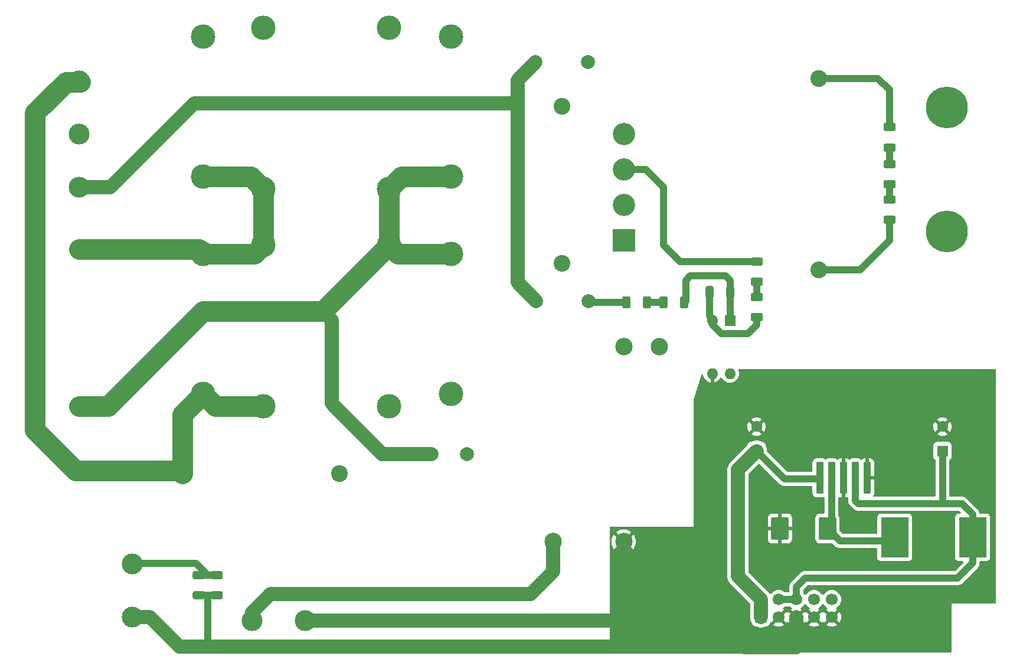
<source format=gtl>
G04 #@! TF.GenerationSoftware,KiCad,Pcbnew,7.0.2*
G04 #@! TF.CreationDate,2023-10-13T15:39:11+02:00*
G04 #@! TF.ProjectId,Module_3,4d6f6475-6c65-45f3-932e-6b696361645f,rev?*
G04 #@! TF.SameCoordinates,Original*
G04 #@! TF.FileFunction,Copper,L1,Top*
G04 #@! TF.FilePolarity,Positive*
%FSLAX46Y46*%
G04 Gerber Fmt 4.6, Leading zero omitted, Abs format (unit mm)*
G04 Created by KiCad (PCBNEW 7.0.2) date 2023-10-13 15:39:11*
%MOMM*%
%LPD*%
G01*
G04 APERTURE LIST*
G04 Aperture macros list*
%AMRoundRect*
0 Rectangle with rounded corners*
0 $1 Rounding radius*
0 $2 $3 $4 $5 $6 $7 $8 $9 X,Y pos of 4 corners*
0 Add a 4 corners polygon primitive as box body*
4,1,4,$2,$3,$4,$5,$6,$7,$8,$9,$2,$3,0*
0 Add four circle primitives for the rounded corners*
1,1,$1+$1,$2,$3*
1,1,$1+$1,$4,$5*
1,1,$1+$1,$6,$7*
1,1,$1+$1,$8,$9*
0 Add four rect primitives between the rounded corners*
20,1,$1+$1,$2,$3,$4,$5,0*
20,1,$1+$1,$4,$5,$6,$7,0*
20,1,$1+$1,$6,$7,$8,$9,0*
20,1,$1+$1,$8,$9,$2,$3,0*%
G04 Aperture macros list end*
G04 #@! TA.AperFunction,ComponentPad*
%ADD10C,2.000000*%
G04 #@! TD*
G04 #@! TA.AperFunction,ComponentPad*
%ADD11R,1.600000X1.600000*%
G04 #@! TD*
G04 #@! TA.AperFunction,ComponentPad*
%ADD12C,1.600000*%
G04 #@! TD*
G04 #@! TA.AperFunction,SMDPad,CuDef*
%ADD13RoundRect,0.250000X0.625000X-0.312500X0.625000X0.312500X-0.625000X0.312500X-0.625000X-0.312500X0*%
G04 #@! TD*
G04 #@! TA.AperFunction,ComponentPad*
%ADD14C,2.400000*%
G04 #@! TD*
G04 #@! TA.AperFunction,ComponentPad*
%ADD15C,3.000000*%
G04 #@! TD*
G04 #@! TA.AperFunction,ComponentPad*
%ADD16O,1.600000X1.600000*%
G04 #@! TD*
G04 #@! TA.AperFunction,SMDPad,CuDef*
%ADD17RoundRect,0.250000X-0.625000X0.312500X-0.625000X-0.312500X0.625000X-0.312500X0.625000X0.312500X0*%
G04 #@! TD*
G04 #@! TA.AperFunction,ComponentPad*
%ADD18C,6.000000*%
G04 #@! TD*
G04 #@! TA.AperFunction,SMDPad,CuDef*
%ADD19RoundRect,0.250000X0.300000X-2.050000X0.300000X2.050000X-0.300000X2.050000X-0.300000X-2.050000X0*%
G04 #@! TD*
G04 #@! TA.AperFunction,SMDPad,CuDef*
%ADD20RoundRect,0.250000X2.375000X-2.025000X2.375000X2.025000X-2.375000X2.025000X-2.375000X-2.025000X0*%
G04 #@! TD*
G04 #@! TA.AperFunction,SMDPad,CuDef*
%ADD21RoundRect,0.250002X5.149998X-4.449998X5.149998X4.449998X-5.149998X4.449998X-5.149998X-4.449998X0*%
G04 #@! TD*
G04 #@! TA.AperFunction,ComponentPad*
%ADD22C,3.500000*%
G04 #@! TD*
G04 #@! TA.AperFunction,SMDPad,CuDef*
%ADD23RoundRect,0.250000X-0.312500X-0.625000X0.312500X-0.625000X0.312500X0.625000X-0.312500X0.625000X0*%
G04 #@! TD*
G04 #@! TA.AperFunction,ComponentPad*
%ADD24C,2.500000*%
G04 #@! TD*
G04 #@! TA.AperFunction,SMDPad,CuDef*
%ADD25RoundRect,0.250000X-0.650000X0.325000X-0.650000X-0.325000X0.650000X-0.325000X0.650000X0.325000X0*%
G04 #@! TD*
G04 #@! TA.AperFunction,SMDPad,CuDef*
%ADD26RoundRect,0.250000X0.325000X0.650000X-0.325000X0.650000X-0.325000X-0.650000X0.325000X-0.650000X0*%
G04 #@! TD*
G04 #@! TA.AperFunction,SMDPad,CuDef*
%ADD27RoundRect,0.250000X-1.000000X1.400000X-1.000000X-1.400000X1.000000X-1.400000X1.000000X1.400000X0*%
G04 #@! TD*
G04 #@! TA.AperFunction,ComponentPad*
%ADD28RoundRect,0.250000X0.600000X-0.600000X0.600000X0.600000X-0.600000X0.600000X-0.600000X-0.600000X0*%
G04 #@! TD*
G04 #@! TA.AperFunction,ComponentPad*
%ADD29C,1.700000*%
G04 #@! TD*
G04 #@! TA.AperFunction,SMDPad,CuDef*
%ADD30R,4.000000X5.800000*%
G04 #@! TD*
G04 #@! TA.AperFunction,ComponentPad*
%ADD31R,3.200000X3.200000*%
G04 #@! TD*
G04 #@! TA.AperFunction,ComponentPad*
%ADD32C,3.200000*%
G04 #@! TD*
G04 #@! TA.AperFunction,ViaPad*
%ADD33C,1.200000*%
G04 #@! TD*
G04 #@! TA.AperFunction,Conductor*
%ADD34C,2.000000*%
G04 #@! TD*
G04 #@! TA.AperFunction,Conductor*
%ADD35C,3.000000*%
G04 #@! TD*
G04 #@! TA.AperFunction,Conductor*
%ADD36C,1.000000*%
G04 #@! TD*
G04 APERTURE END LIST*
D10*
X140716000Y-111252000D03*
X145796000Y-111262000D03*
D11*
X187325000Y-110815000D03*
D12*
X187325000Y-107315000D03*
D13*
X206375000Y-67310000D03*
X206375000Y-64385000D03*
D14*
X127508000Y-114046000D03*
X105008000Y-114046000D03*
D15*
X114935000Y-135128000D03*
D10*
X155635000Y-55018000D03*
X163135000Y-55018000D03*
D11*
X183520000Y-92085000D03*
D16*
X180980000Y-92085000D03*
X180980000Y-99705000D03*
X183520000Y-99705000D03*
D17*
X206375000Y-74737500D03*
X206375000Y-77662500D03*
D15*
X122555000Y-135128000D03*
D14*
X196215000Y-57370000D03*
X196215000Y-84870000D03*
D17*
X187325000Y-88707500D03*
X187325000Y-91632500D03*
D18*
X214630000Y-79375000D03*
D19*
X196390000Y-114675000D03*
X198090000Y-114675000D03*
X199790000Y-114675000D03*
D20*
X197015000Y-107950000D03*
X202565000Y-107950000D03*
D21*
X199790000Y-105525000D03*
D20*
X197015000Y-103100000D03*
X202565000Y-103100000D03*
D19*
X201490000Y-114675000D03*
X203190000Y-114675000D03*
D18*
X214630000Y-61595000D03*
D15*
X90170000Y-57785000D03*
X90170000Y-65405000D03*
X90170000Y-73025000D03*
D22*
X143510000Y-71501000D03*
X134620000Y-73279000D03*
X116586000Y-73279000D03*
X107950000Y-71501000D03*
X116586000Y-50165000D03*
X107950000Y-51435000D03*
X143510000Y-51435000D03*
X134620000Y-50165000D03*
D14*
X90170000Y-104415000D03*
X90170000Y-81915000D03*
D23*
X168660000Y-89535000D03*
X171585000Y-89535000D03*
D10*
X163195000Y-89308000D03*
X155695000Y-89308000D03*
D17*
X187325000Y-83627500D03*
X187325000Y-86552500D03*
D11*
X213995000Y-110815000D03*
D12*
X213995000Y-107315000D03*
D24*
X173355000Y-95885000D03*
X168275000Y-95885000D03*
X158115000Y-123825000D03*
X168275000Y-123825000D03*
D23*
X173990000Y-89535000D03*
X176915000Y-89535000D03*
D22*
X143510000Y-102616000D03*
X134620000Y-104394000D03*
X116586000Y-104394000D03*
X107950000Y-102616000D03*
X116586000Y-81280000D03*
X107950000Y-82550000D03*
X143510000Y-82550000D03*
X134620000Y-81280000D03*
D25*
X107315000Y-128573000D03*
X107315000Y-131523000D03*
D26*
X183515000Y-88038000D03*
X180565000Y-88038000D03*
D13*
X206375000Y-72582500D03*
X206375000Y-69657500D03*
D27*
X197485000Y-121920000D03*
X190685000Y-121920000D03*
D13*
X109855000Y-131510500D03*
X109855000Y-128585500D03*
D14*
X159385000Y-83868000D03*
X159385000Y-61368000D03*
D15*
X97790000Y-127000000D03*
X97790000Y-134620000D03*
D28*
X187960000Y-134620000D03*
D29*
X187960000Y-132080000D03*
X190500000Y-134620000D03*
X190500000Y-132080000D03*
X193040000Y-134620000D03*
X193040000Y-132080000D03*
X195580000Y-134620000D03*
X195580000Y-132080000D03*
X198120000Y-134620000D03*
X198120000Y-132080000D03*
D30*
X207137000Y-123190000D03*
X218313000Y-123190000D03*
D31*
X168275000Y-80645000D03*
D32*
X168275000Y-75565000D03*
X168275000Y-70485000D03*
X168275000Y-65405000D03*
D33*
X184658000Y-125984000D03*
X172720000Y-124460000D03*
X200660000Y-127000000D03*
X180340000Y-109220000D03*
X208280000Y-104140000D03*
X205740000Y-114300000D03*
X180340000Y-124460000D03*
X213360000Y-132080000D03*
X208280000Y-137160000D03*
X185420000Y-134620000D03*
X180340000Y-114300000D03*
X208280000Y-109220000D03*
X210820000Y-114300000D03*
X180340000Y-119380000D03*
X213360000Y-137160000D03*
X218440000Y-114300000D03*
X208280000Y-132080000D03*
X187960000Y-104140000D03*
X176530000Y-124460000D03*
X220980000Y-132080000D03*
X210820000Y-121920000D03*
X187960000Y-116840000D03*
X210820000Y-101600000D03*
X180340000Y-104140000D03*
X193040000Y-111760000D03*
X193040000Y-101600000D03*
X193040000Y-106680000D03*
X210820000Y-127000000D03*
X215900000Y-101600000D03*
X220980000Y-101600000D03*
X190500000Y-127000000D03*
X187960000Y-121920000D03*
D34*
X133604000Y-111252000D02*
X140716000Y-111252000D01*
D35*
X104627000Y-113665000D02*
X105008000Y-114046000D01*
X89662000Y-113665000D02*
X104627000Y-113665000D01*
X88265000Y-57912000D02*
X83820000Y-62357000D01*
X83820000Y-107823000D02*
X89662000Y-113665000D01*
X90297000Y-57912000D02*
X88265000Y-57912000D01*
X83820000Y-62357000D02*
X83820000Y-107823000D01*
X105008000Y-105558000D02*
X107950000Y-102616000D01*
X105008000Y-114046000D02*
X105008000Y-105558000D01*
D34*
X126365000Y-92075000D02*
X125095000Y-90805000D01*
X126365000Y-104013000D02*
X126365000Y-92075000D01*
X133604000Y-111252000D02*
X126365000Y-104013000D01*
D36*
X199263000Y-123698000D02*
X197485000Y-121920000D01*
X198090000Y-114675000D02*
X198090000Y-121315000D01*
X198090000Y-121315000D02*
X197485000Y-121920000D01*
X206248000Y-123698000D02*
X199263000Y-123698000D01*
D34*
X184658000Y-128778000D02*
X187960000Y-132080000D01*
X117602000Y-131318000D02*
X114935000Y-133985000D01*
X154940000Y-131318000D02*
X117602000Y-131318000D01*
X184658000Y-123825000D02*
X184658000Y-113482000D01*
X184658000Y-113482000D02*
X187325000Y-110815000D01*
X158115000Y-123825000D02*
X158115000Y-128143000D01*
D36*
X196390000Y-114675000D02*
X196257000Y-114808000D01*
D34*
X158115000Y-128143000D02*
X154940000Y-131318000D01*
X114935000Y-133985000D02*
X114935000Y-135128000D01*
D36*
X191318000Y-114808000D02*
X187325000Y-110815000D01*
D34*
X184658000Y-123825000D02*
X184658000Y-128778000D01*
X187960000Y-134620000D02*
X187960000Y-132080000D01*
D36*
X196257000Y-114808000D02*
X191318000Y-114808000D01*
D34*
X100330000Y-134620000D02*
X104562000Y-138852000D01*
X104562000Y-138852000D02*
X108585000Y-138852000D01*
X168275000Y-123825000D02*
X168402000Y-123952000D01*
X185674000Y-138938000D02*
X193040000Y-138938000D01*
D36*
X108585000Y-131510500D02*
X108585000Y-138852000D01*
X107327500Y-131510500D02*
X107315000Y-131523000D01*
D34*
X168275000Y-123825000D02*
X168275000Y-134747000D01*
X114300000Y-138852000D02*
X121158000Y-138852000D01*
X167894000Y-135128000D02*
X122555000Y-135128000D01*
D36*
X108585000Y-131510500D02*
X107327500Y-131510500D01*
D34*
X168275000Y-134747000D02*
X167894000Y-135128000D01*
X108585000Y-138852000D02*
X114300000Y-138852000D01*
X97790000Y-134620000D02*
X100330000Y-134620000D01*
X185588000Y-138852000D02*
X185674000Y-138938000D01*
X158242000Y-138852000D02*
X185588000Y-138852000D01*
X193040000Y-138938000D02*
X193040000Y-134620000D01*
X121158000Y-138852000D02*
X158242000Y-138852000D01*
D36*
X109855000Y-131510500D02*
X108585000Y-131510500D01*
X216154000Y-129032000D02*
X218313000Y-126873000D01*
X218313000Y-126873000D02*
X218313000Y-119888000D01*
X194310000Y-129032000D02*
X216154000Y-129032000D01*
X190500000Y-132080000D02*
X193040000Y-132080000D01*
X213995000Y-118237000D02*
X213868000Y-118364000D01*
X193040000Y-130302000D02*
X194310000Y-129032000D01*
X201930000Y-118364000D02*
X213868000Y-118364000D01*
X213995000Y-110815000D02*
X213995000Y-118237000D01*
X193040000Y-132080000D02*
X193040000Y-130302000D01*
X216789000Y-118364000D02*
X213868000Y-118364000D01*
X218313000Y-119888000D02*
X216789000Y-118364000D01*
X201490000Y-114675000D02*
X201490000Y-117924000D01*
X201490000Y-117924000D02*
X201930000Y-118364000D01*
X109855000Y-128585500D02*
X108585000Y-128585500D01*
X107327500Y-128585500D02*
X107315000Y-128573000D01*
X97853500Y-126936500D02*
X106936000Y-126936500D01*
X106936000Y-126936500D02*
X108585000Y-128585500D01*
X97790000Y-127000000D02*
X97853500Y-126936500D01*
X108585000Y-128585500D02*
X107327500Y-128585500D01*
D35*
X109728000Y-104394000D02*
X116586000Y-104394000D01*
X107950000Y-102616000D02*
X109728000Y-104394000D01*
D34*
X153035000Y-60960000D02*
X106680000Y-60960000D01*
X94615000Y-73025000D02*
X90170000Y-73025000D01*
X153035000Y-57618000D02*
X153035000Y-86648000D01*
X153035000Y-86648000D02*
X155695000Y-89308000D01*
X155635000Y-55018000D02*
X153035000Y-57618000D01*
X106680000Y-60960000D02*
X94615000Y-73025000D01*
X153035000Y-57618000D02*
X153035000Y-60960000D01*
D36*
X202150000Y-84870000D02*
X206375000Y-80645000D01*
X206375000Y-80645000D02*
X206375000Y-77662500D01*
X196215000Y-84870000D02*
X202150000Y-84870000D01*
X171585000Y-89535000D02*
X173990000Y-89535000D01*
X206375000Y-59055000D02*
X206375000Y-64385000D01*
X196215000Y-57370000D02*
X204690000Y-57370000D01*
X204690000Y-57370000D02*
X206375000Y-59055000D01*
D35*
X125095000Y-90805000D02*
X134620000Y-81280000D01*
X134620000Y-73279000D02*
X134620000Y-81280000D01*
X143510000Y-82550000D02*
X135890000Y-82550000D01*
X143510000Y-71501000D02*
X136398000Y-71501000D01*
X107950000Y-90805000D02*
X125095000Y-90805000D01*
X90170000Y-104415000D02*
X94340000Y-104415000D01*
X136398000Y-71501000D02*
X134620000Y-73279000D01*
X94340000Y-104415000D02*
X107950000Y-90805000D01*
X135890000Y-82550000D02*
X134620000Y-81280000D01*
X107950000Y-82550000D02*
X115316000Y-82550000D01*
X107950000Y-71501000D02*
X114808000Y-71501000D01*
X115316000Y-82550000D02*
X116586000Y-81280000D01*
X107315000Y-81915000D02*
X107950000Y-82550000D01*
X90170000Y-81915000D02*
X107315000Y-81915000D01*
X114808000Y-71501000D02*
X116586000Y-73279000D01*
X116586000Y-81280000D02*
X116586000Y-73279000D01*
D36*
X187325000Y-88707500D02*
X187325000Y-86552500D01*
X163422000Y-89535000D02*
X163195000Y-89308000D01*
X168660000Y-89535000D02*
X163422000Y-89535000D01*
X173990000Y-73025000D02*
X171450000Y-70485000D01*
X171450000Y-70485000D02*
X168275000Y-70485000D01*
X187325000Y-83627500D02*
X176337500Y-83627500D01*
X176337500Y-83627500D02*
X173990000Y-81280000D01*
X173990000Y-81280000D02*
X173990000Y-73025000D01*
X182880000Y-85725000D02*
X183515000Y-86360000D01*
X183515000Y-88038000D02*
X183515000Y-91853000D01*
X182880000Y-85725000D02*
X177800000Y-85725000D01*
X183515000Y-86360000D02*
X183515000Y-88038000D01*
X183515000Y-91853000D02*
X183520000Y-91858000D01*
X177800000Y-85725000D02*
X177165000Y-86360000D01*
X177165000Y-86360000D02*
X177165000Y-89285000D01*
X177165000Y-89285000D02*
X176915000Y-89535000D01*
X180980000Y-92705000D02*
X180975000Y-92710000D01*
X186055000Y-93980000D02*
X187325000Y-92710000D01*
X182245000Y-93980000D02*
X186055000Y-93980000D01*
X180980000Y-91858000D02*
X180980000Y-92705000D01*
X180565000Y-91443000D02*
X180980000Y-91858000D01*
X187325000Y-92710000D02*
X187325000Y-91632500D01*
X180565000Y-88038000D02*
X180565000Y-91443000D01*
X180975000Y-92710000D02*
X182245000Y-93980000D01*
X206375000Y-67310000D02*
X206375000Y-69657500D01*
X206375000Y-72582500D02*
X206375000Y-74737500D01*
G04 #@! TA.AperFunction,Conductor*
G36*
X192146281Y-133100185D02*
G01*
X192166923Y-133116819D01*
X192168599Y-133118495D01*
X192354596Y-133248732D01*
X192398219Y-133303307D01*
X192405412Y-133372806D01*
X192373890Y-133435160D01*
X192354594Y-133451881D01*
X192278626Y-133505073D01*
X192907466Y-134133913D01*
X192897685Y-134135320D01*
X192766900Y-134195048D01*
X192658239Y-134289202D01*
X192580507Y-134410156D01*
X192556923Y-134490476D01*
X191925072Y-133858625D01*
X191871576Y-133935030D01*
X191817000Y-133978656D01*
X191747501Y-133985850D01*
X191685146Y-133954328D01*
X191668425Y-133935031D01*
X191614926Y-133858626D01*
X191614925Y-133858625D01*
X190983076Y-134490475D01*
X190959493Y-134410156D01*
X190881761Y-134289202D01*
X190773100Y-134195048D01*
X190642315Y-134135320D01*
X190632532Y-134133913D01*
X191261373Y-133505073D01*
X191261373Y-133505072D01*
X191185405Y-133451880D01*
X191141780Y-133397304D01*
X191134586Y-133327805D01*
X191166108Y-133265451D01*
X191185399Y-133248734D01*
X191371401Y-133118495D01*
X191373076Y-133116819D01*
X191376334Y-133115040D01*
X191380288Y-133112272D01*
X191380596Y-133112712D01*
X191434400Y-133083334D01*
X191460758Y-133080500D01*
X192079242Y-133080500D01*
X192146281Y-133100185D01*
G37*
G04 #@! TD.AperFunction*
G04 #@! TA.AperFunction,Conductor*
G36*
X194394855Y-132746545D02*
G01*
X194411571Y-132765837D01*
X194541505Y-132951401D01*
X194708599Y-133118495D01*
X194894596Y-133248732D01*
X194938219Y-133303307D01*
X194945412Y-133372806D01*
X194913890Y-133435160D01*
X194894594Y-133451881D01*
X194818626Y-133505073D01*
X195447466Y-134133913D01*
X195437685Y-134135320D01*
X195306900Y-134195048D01*
X195198239Y-134289202D01*
X195120507Y-134410156D01*
X195096923Y-134490475D01*
X194465073Y-133858625D01*
X194465072Y-133858626D01*
X194411574Y-133935030D01*
X194356998Y-133978655D01*
X194287499Y-133985849D01*
X194225144Y-133954326D01*
X194208424Y-133935030D01*
X194154925Y-133858626D01*
X194154925Y-133858625D01*
X193523076Y-134490474D01*
X193499493Y-134410156D01*
X193421761Y-134289202D01*
X193313100Y-134195048D01*
X193182315Y-134135320D01*
X193172533Y-134133913D01*
X193801373Y-133505073D01*
X193801373Y-133505072D01*
X193725405Y-133451880D01*
X193681780Y-133397304D01*
X193674586Y-133327805D01*
X193706108Y-133265451D01*
X193725399Y-133248734D01*
X193911401Y-133118495D01*
X194078495Y-132951401D01*
X194208426Y-132765839D01*
X194263002Y-132722216D01*
X194332500Y-132715022D01*
X194394855Y-132746545D01*
G37*
G04 #@! TD.AperFunction*
G04 #@! TA.AperFunction,Conductor*
G36*
X196934855Y-132746546D02*
G01*
X196951571Y-132765837D01*
X197081505Y-132951401D01*
X197248599Y-133118495D01*
X197434596Y-133248732D01*
X197478219Y-133303307D01*
X197485412Y-133372806D01*
X197453890Y-133435160D01*
X197434594Y-133451881D01*
X197358626Y-133505073D01*
X197987466Y-134133913D01*
X197977685Y-134135320D01*
X197846900Y-134195048D01*
X197738239Y-134289202D01*
X197660507Y-134410156D01*
X197636923Y-134490475D01*
X197005073Y-133858625D01*
X196951576Y-133935030D01*
X196897000Y-133978656D01*
X196827501Y-133985850D01*
X196765146Y-133954328D01*
X196748425Y-133935031D01*
X196694926Y-133858626D01*
X196694925Y-133858625D01*
X196063076Y-134490474D01*
X196039493Y-134410156D01*
X195961761Y-134289202D01*
X195853100Y-134195048D01*
X195722315Y-134135320D01*
X195712533Y-134133913D01*
X196341373Y-133505073D01*
X196341373Y-133505072D01*
X196265405Y-133451880D01*
X196221780Y-133397304D01*
X196214586Y-133327805D01*
X196246108Y-133265451D01*
X196265399Y-133248734D01*
X196451401Y-133118495D01*
X196618495Y-132951401D01*
X196748426Y-132765839D01*
X196803002Y-132722217D01*
X196872501Y-132715024D01*
X196934855Y-132746546D01*
G37*
G04 #@! TD.AperFunction*
G04 #@! TA.AperFunction,Conductor*
G36*
X221558039Y-99079685D02*
G01*
X221603794Y-99132489D01*
X221615000Y-99184000D01*
X221615000Y-132591000D01*
X221595315Y-132658039D01*
X221542511Y-132703794D01*
X221491000Y-132715000D01*
X215265000Y-132715000D01*
X215265000Y-139576000D01*
X215245315Y-139643039D01*
X215192511Y-139688794D01*
X215141000Y-139700000D01*
X166367000Y-139700000D01*
X166299961Y-139680315D01*
X166254206Y-139627511D01*
X166243000Y-139576000D01*
X166243000Y-128715780D01*
X183153642Y-128715780D01*
X183157394Y-128806471D01*
X183157500Y-128811596D01*
X183157500Y-128840067D01*
X183157709Y-128842594D01*
X183157710Y-128842609D01*
X183159851Y-128868448D01*
X183160168Y-128873559D01*
X183163919Y-128964235D01*
X183168738Y-128987220D01*
X183170952Y-129002421D01*
X183172891Y-129025819D01*
X183195171Y-129113803D01*
X183196325Y-129118793D01*
X183214950Y-129207614D01*
X183223484Y-129229485D01*
X183228171Y-129244114D01*
X183233936Y-129266880D01*
X183270393Y-129349993D01*
X183272354Y-129354728D01*
X183305344Y-129439275D01*
X183317364Y-129459448D01*
X183324395Y-129473107D01*
X183333824Y-129494603D01*
X183333827Y-129494607D01*
X183383481Y-129570609D01*
X183386153Y-129574890D01*
X183432634Y-129652894D01*
X183447808Y-129670811D01*
X183456991Y-129683125D01*
X183469837Y-129702788D01*
X183531293Y-129769546D01*
X183534687Y-129773388D01*
X183553098Y-129795126D01*
X183554911Y-129796939D01*
X183573227Y-129815255D01*
X183576776Y-129818953D01*
X183638258Y-129885740D01*
X183656787Y-129900162D01*
X183668307Y-129910335D01*
X186423181Y-132665208D01*
X186456666Y-132726531D01*
X186459500Y-132752889D01*
X186459500Y-134682067D01*
X186459711Y-134684609D01*
X186474892Y-134867822D01*
X186535937Y-135108882D01*
X186602554Y-135260752D01*
X186612356Y-135297960D01*
X186620000Y-135372796D01*
X186675186Y-135539334D01*
X186767288Y-135688657D01*
X186891342Y-135812711D01*
X186891344Y-135812712D01*
X187040666Y-135904814D01*
X187207203Y-135959999D01*
X187276543Y-135967082D01*
X187322961Y-135981386D01*
X187355191Y-135998829D01*
X187514402Y-136053485D01*
X187590386Y-136079571D01*
X187835665Y-136120500D01*
X188084335Y-136120500D01*
X188329614Y-136079571D01*
X188564810Y-135998828D01*
X188597040Y-135981384D01*
X188643457Y-135967081D01*
X188712797Y-135959999D01*
X188879334Y-135904814D01*
X189028656Y-135812712D01*
X189152712Y-135688656D01*
X189244814Y-135539334D01*
X189268794Y-135466965D01*
X189308565Y-135409523D01*
X189373081Y-135382699D01*
X189383861Y-135382585D01*
X190016922Y-134749523D01*
X190040507Y-134829844D01*
X190118239Y-134950798D01*
X190226900Y-135044952D01*
X190357685Y-135104680D01*
X190367466Y-135106086D01*
X189738625Y-135734925D01*
X189822420Y-135793599D01*
X190036507Y-135893430D01*
X190264681Y-135954569D01*
X190499999Y-135975157D01*
X190735318Y-135954569D01*
X190963492Y-135893430D01*
X191177576Y-135793600D01*
X191261373Y-135734925D01*
X190632533Y-135106086D01*
X190642315Y-135104680D01*
X190773100Y-135044952D01*
X190881761Y-134950798D01*
X190959493Y-134829844D01*
X190983076Y-134749524D01*
X191614925Y-135381373D01*
X191668424Y-135304969D01*
X191723001Y-135261344D01*
X191792499Y-135254150D01*
X191854854Y-135285673D01*
X191871574Y-135304969D01*
X191925072Y-135381373D01*
X191925073Y-135381373D01*
X192556923Y-134749523D01*
X192580507Y-134829844D01*
X192658239Y-134950798D01*
X192766900Y-135044952D01*
X192897685Y-135104680D01*
X192907466Y-135106086D01*
X192278625Y-135734925D01*
X192362420Y-135793599D01*
X192576507Y-135893430D01*
X192804681Y-135954569D01*
X193040000Y-135975157D01*
X193275318Y-135954569D01*
X193503492Y-135893430D01*
X193717576Y-135793600D01*
X193801373Y-135734925D01*
X193172533Y-135106086D01*
X193182315Y-135104680D01*
X193313100Y-135044952D01*
X193421761Y-134950798D01*
X193499493Y-134829844D01*
X193523077Y-134749523D01*
X194154925Y-135381372D01*
X194208424Y-135304969D01*
X194263001Y-135261344D01*
X194332499Y-135254150D01*
X194394854Y-135285673D01*
X194411574Y-135304969D01*
X194465072Y-135381373D01*
X194465073Y-135381373D01*
X195096923Y-134749523D01*
X195120507Y-134829844D01*
X195198239Y-134950798D01*
X195306900Y-135044952D01*
X195437685Y-135104680D01*
X195447466Y-135106086D01*
X194818625Y-135734925D01*
X194902420Y-135793599D01*
X195116507Y-135893430D01*
X195344681Y-135954569D01*
X195579999Y-135975157D01*
X195815318Y-135954569D01*
X196043492Y-135893430D01*
X196257576Y-135793600D01*
X196341373Y-135734925D01*
X195712533Y-135106086D01*
X195722315Y-135104680D01*
X195853100Y-135044952D01*
X195961761Y-134950798D01*
X196039493Y-134829844D01*
X196063076Y-134749524D01*
X196694925Y-135381373D01*
X196748424Y-135304969D01*
X196803001Y-135261344D01*
X196872499Y-135254150D01*
X196934854Y-135285673D01*
X196951574Y-135304969D01*
X197005072Y-135381373D01*
X197005073Y-135381373D01*
X197636923Y-134749523D01*
X197660507Y-134829844D01*
X197738239Y-134950798D01*
X197846900Y-135044952D01*
X197977685Y-135104680D01*
X197987466Y-135106086D01*
X197358625Y-135734925D01*
X197442420Y-135793599D01*
X197656507Y-135893430D01*
X197884681Y-135954569D01*
X198120000Y-135975157D01*
X198355318Y-135954569D01*
X198583492Y-135893430D01*
X198797576Y-135793600D01*
X198881373Y-135734925D01*
X198252533Y-135106086D01*
X198262315Y-135104680D01*
X198393100Y-135044952D01*
X198501761Y-134950798D01*
X198579493Y-134829844D01*
X198603076Y-134749524D01*
X199234925Y-135381373D01*
X199293600Y-135297576D01*
X199393430Y-135083492D01*
X199454569Y-134855318D01*
X199475157Y-134619999D01*
X199454569Y-134384681D01*
X199393430Y-134156507D01*
X199293599Y-133942421D01*
X199234926Y-133858626D01*
X199234925Y-133858625D01*
X198603076Y-134490475D01*
X198579493Y-134410156D01*
X198501761Y-134289202D01*
X198393100Y-134195048D01*
X198262315Y-134135320D01*
X198252533Y-134133913D01*
X198881373Y-133505073D01*
X198881373Y-133505072D01*
X198805405Y-133451880D01*
X198761780Y-133397304D01*
X198754586Y-133327805D01*
X198786108Y-133265451D01*
X198805399Y-133248734D01*
X198991401Y-133118495D01*
X199158495Y-132951401D01*
X199294035Y-132757830D01*
X199393903Y-132543663D01*
X199455063Y-132315408D01*
X199475659Y-132080000D01*
X199455063Y-131844592D01*
X199393903Y-131616337D01*
X199294035Y-131402171D01*
X199158495Y-131208599D01*
X198991401Y-131041505D01*
X198797830Y-130905965D01*
X198583663Y-130806097D01*
X198522502Y-130789709D01*
X198355407Y-130744936D01*
X198120000Y-130724340D01*
X197884592Y-130744936D01*
X197656336Y-130806097D01*
X197442170Y-130905965D01*
X197248598Y-131041505D01*
X197081505Y-131208598D01*
X196951575Y-131394159D01*
X196896998Y-131437784D01*
X196827500Y-131444978D01*
X196765145Y-131413455D01*
X196748425Y-131394159D01*
X196618494Y-131208598D01*
X196451404Y-131041508D01*
X196451404Y-131041507D01*
X196451401Y-131041505D01*
X196257830Y-130905965D01*
X196043663Y-130806097D01*
X195982501Y-130789709D01*
X195815407Y-130744936D01*
X195580000Y-130724340D01*
X195344592Y-130744936D01*
X195116336Y-130806097D01*
X194902170Y-130905965D01*
X194708598Y-131041505D01*
X194541505Y-131208598D01*
X194411575Y-131394159D01*
X194356998Y-131437784D01*
X194287500Y-131444978D01*
X194225145Y-131413455D01*
X194208425Y-131394159D01*
X194078494Y-131208598D01*
X194076814Y-131206918D01*
X194075030Y-131203652D01*
X194072272Y-131199712D01*
X194072711Y-131199404D01*
X194043332Y-131145593D01*
X194040500Y-131119241D01*
X194040500Y-130767782D01*
X194060185Y-130700743D01*
X194076819Y-130680101D01*
X194688101Y-130068819D01*
X194749424Y-130035334D01*
X194775782Y-130032500D01*
X216139721Y-130032500D01*
X216142862Y-130032539D01*
X216230363Y-130034757D01*
X216288432Y-130024348D01*
X216297736Y-130023043D01*
X216356438Y-130017074D01*
X216385467Y-130007965D01*
X216400700Y-130004226D01*
X216430653Y-129998858D01*
X216485426Y-129976978D01*
X216494301Y-129973819D01*
X216519999Y-129965756D01*
X216550588Y-129956159D01*
X216577194Y-129941390D01*
X216591362Y-129934662D01*
X216619617Y-129923377D01*
X216668879Y-129890909D01*
X216676910Y-129886043D01*
X216728502Y-129857409D01*
X216751587Y-129837589D01*
X216764114Y-129828144D01*
X216789519Y-129811402D01*
X216831251Y-129769668D01*
X216838123Y-129763300D01*
X216882895Y-129724866D01*
X216901524Y-129700798D01*
X216911883Y-129689036D01*
X219010390Y-127590528D01*
X219012560Y-127588412D01*
X219076053Y-127528059D01*
X219109759Y-127479630D01*
X219115428Y-127472113D01*
X219152698Y-127426407D01*
X219166783Y-127399439D01*
X219174918Y-127386015D01*
X219181373Y-127376740D01*
X219192295Y-127361049D01*
X219215568Y-127306815D01*
X219219598Y-127298331D01*
X219246908Y-127246051D01*
X219246909Y-127246049D01*
X219255278Y-127216797D01*
X219260534Y-127202032D01*
X219272540Y-127174058D01*
X219284418Y-127116256D01*
X219286651Y-127107156D01*
X219302887Y-127050418D01*
X219305197Y-127020077D01*
X219307376Y-127004535D01*
X219313500Y-126974741D01*
X219313500Y-126915732D01*
X219313855Y-126906370D01*
X219318337Y-126847524D01*
X219314493Y-126817339D01*
X219313500Y-126801676D01*
X219313500Y-126714499D01*
X219333185Y-126647460D01*
X219385989Y-126601705D01*
X219437500Y-126590499D01*
X220357561Y-126590499D01*
X220360872Y-126590499D01*
X220420483Y-126584091D01*
X220555331Y-126533796D01*
X220670546Y-126447546D01*
X220756796Y-126332331D01*
X220807091Y-126197483D01*
X220813500Y-126137873D01*
X220813499Y-120242128D01*
X220807091Y-120182517D01*
X220756796Y-120047669D01*
X220670546Y-119932454D01*
X220555331Y-119846204D01*
X220420483Y-119795909D01*
X220360873Y-119789500D01*
X220357551Y-119789500D01*
X219420673Y-119789500D01*
X219353634Y-119769815D01*
X219307879Y-119717011D01*
X219302552Y-119697374D01*
X219301849Y-119697595D01*
X219298074Y-119685564D01*
X219298074Y-119685562D01*
X219288964Y-119656528D01*
X219285223Y-119641286D01*
X219279857Y-119611343D01*
X219257976Y-119556565D01*
X219254816Y-119547689D01*
X219252056Y-119538892D01*
X219237159Y-119491412D01*
X219222395Y-119464812D01*
X219215660Y-119450631D01*
X219204377Y-119422383D01*
X219171917Y-119373131D01*
X219167036Y-119365074D01*
X219151819Y-119337658D01*
X219138409Y-119313498D01*
X219118582Y-119290403D01*
X219109146Y-119277888D01*
X219092402Y-119252481D01*
X219092400Y-119252479D01*
X219092399Y-119252477D01*
X219050693Y-119210772D01*
X219044287Y-119203860D01*
X219005864Y-119159102D01*
X218981804Y-119140478D01*
X218970026Y-119130105D01*
X217506567Y-117666647D01*
X217504374Y-117664398D01*
X217444059Y-117600946D01*
X217395642Y-117567247D01*
X217388119Y-117561575D01*
X217342405Y-117524300D01*
X217315440Y-117510215D01*
X217302019Y-117502084D01*
X217277049Y-117484705D01*
X217277048Y-117484704D01*
X217277046Y-117484703D01*
X217222845Y-117461443D01*
X217214336Y-117457402D01*
X217162053Y-117430092D01*
X217156126Y-117428396D01*
X217132798Y-117421721D01*
X217118020Y-117416459D01*
X217090058Y-117404460D01*
X217032272Y-117392583D01*
X217023128Y-117390338D01*
X216966421Y-117374113D01*
X216936075Y-117371802D01*
X216920534Y-117369622D01*
X216890742Y-117363500D01*
X216890741Y-117363500D01*
X216831758Y-117363500D01*
X216822344Y-117363142D01*
X216813198Y-117362445D01*
X216763524Y-117358663D01*
X216763523Y-117358663D01*
X216763522Y-117358663D01*
X216733349Y-117362506D01*
X216717683Y-117363500D01*
X215119500Y-117363500D01*
X215052461Y-117343815D01*
X215006706Y-117291011D01*
X214995500Y-117239500D01*
X214995500Y-114801000D01*
X214995500Y-112152176D01*
X215015184Y-112085141D01*
X215045187Y-112052914D01*
X215152546Y-111972546D01*
X215238796Y-111857331D01*
X215289091Y-111722483D01*
X215295500Y-111662873D01*
X215295499Y-109967128D01*
X215289091Y-109907517D01*
X215238796Y-109772669D01*
X215152546Y-109657454D01*
X215037331Y-109571204D01*
X214902483Y-109520909D01*
X214842873Y-109514500D01*
X214839550Y-109514500D01*
X213150439Y-109514500D01*
X213150420Y-109514500D01*
X213147128Y-109514501D01*
X213143848Y-109514853D01*
X213143840Y-109514854D01*
X213087515Y-109520909D01*
X212952669Y-109571204D01*
X212837454Y-109657454D01*
X212751204Y-109772668D01*
X212700909Y-109907516D01*
X212696003Y-109953151D01*
X212694500Y-109967127D01*
X212694500Y-109970448D01*
X212694500Y-109970449D01*
X212694500Y-111659560D01*
X212694500Y-111659578D01*
X212694501Y-111662872D01*
X212700909Y-111722483D01*
X212751204Y-111857331D01*
X212837454Y-111972546D01*
X212944811Y-112052914D01*
X212986682Y-112108847D01*
X212994500Y-112152180D01*
X212994500Y-117239500D01*
X212974815Y-117306539D01*
X212922011Y-117352294D01*
X212870500Y-117363500D01*
X204199539Y-117363500D01*
X204132500Y-117343815D01*
X204086745Y-117291011D01*
X204076801Y-117221853D01*
X204094000Y-117174404D01*
X204174357Y-117044122D01*
X204229506Y-116877696D01*
X204239680Y-116778109D01*
X204240000Y-116771831D01*
X204240000Y-114925000D01*
X203064000Y-114925000D01*
X202996961Y-114905315D01*
X202951206Y-114852511D01*
X202940000Y-114801000D01*
X202940000Y-111875000D01*
X203440000Y-111875000D01*
X203440000Y-114425000D01*
X204239999Y-114425000D01*
X204239999Y-112578170D01*
X204239678Y-112571888D01*
X204229506Y-112472304D01*
X204174357Y-112305877D01*
X204082316Y-112156654D01*
X203958345Y-112032683D01*
X203809122Y-111940642D01*
X203642696Y-111885493D01*
X203543109Y-111875319D01*
X203536832Y-111875000D01*
X203440000Y-111875000D01*
X202940000Y-111875000D01*
X202940000Y-111874999D01*
X202843172Y-111875000D01*
X202836888Y-111875321D01*
X202737304Y-111885493D01*
X202570879Y-111940641D01*
X202409321Y-112040292D01*
X202407582Y-112037474D01*
X202366680Y-112059795D01*
X202296989Y-112054793D01*
X202271795Y-112038596D01*
X202270993Y-112039897D01*
X202109334Y-111940186D01*
X201942797Y-111885000D01*
X201843141Y-111874819D01*
X201843122Y-111874818D01*
X201840009Y-111874500D01*
X201836860Y-111874500D01*
X201143141Y-111874500D01*
X201143121Y-111874500D01*
X201139992Y-111874501D01*
X201136860Y-111874820D01*
X201136858Y-111874821D01*
X201037203Y-111885000D01*
X200870665Y-111940186D01*
X200709008Y-112039897D01*
X200707352Y-112037213D01*
X200665976Y-112059794D01*
X200596285Y-112054794D01*
X200571545Y-112038890D01*
X200570681Y-112040292D01*
X200409122Y-111940642D01*
X200242696Y-111885493D01*
X200143109Y-111875319D01*
X200136832Y-111875000D01*
X200040000Y-111875000D01*
X200040000Y-117474999D01*
X200136829Y-117474999D01*
X200143111Y-117474678D01*
X200242695Y-117464506D01*
X200326496Y-117436737D01*
X200396324Y-117434335D01*
X200456366Y-117470067D01*
X200487559Y-117532587D01*
X200489500Y-117554443D01*
X200489500Y-117909721D01*
X200489460Y-117912863D01*
X200487242Y-118000362D01*
X200497648Y-118058420D01*
X200498957Y-118067749D01*
X200504926Y-118126438D01*
X200514033Y-118155467D01*
X200517772Y-118170702D01*
X200523141Y-118200652D01*
X200545020Y-118255425D01*
X200548180Y-118264300D01*
X200565841Y-118320588D01*
X200580607Y-118347191D01*
X200587337Y-118361364D01*
X200598622Y-118389617D01*
X200631080Y-118438867D01*
X200635961Y-118446923D01*
X200664590Y-118498501D01*
X200684404Y-118521581D01*
X200693856Y-118534116D01*
X200710599Y-118559520D01*
X200752299Y-118601220D01*
X200758704Y-118608130D01*
X200797137Y-118652898D01*
X200821193Y-118671519D01*
X200832972Y-118681893D01*
X201212433Y-119061353D01*
X201214626Y-119063602D01*
X201274942Y-119127054D01*
X201323362Y-119160755D01*
X201330871Y-119166416D01*
X201376593Y-119203698D01*
X201403562Y-119217785D01*
X201416982Y-119225916D01*
X201441949Y-119243294D01*
X201496163Y-119266559D01*
X201504663Y-119270595D01*
X201531180Y-119284447D01*
X201556951Y-119297909D01*
X201586196Y-119306277D01*
X201600986Y-119311543D01*
X201605542Y-119313498D01*
X201628942Y-119323540D01*
X201686737Y-119335416D01*
X201695854Y-119337654D01*
X201752582Y-119353887D01*
X201782916Y-119356196D01*
X201798453Y-119358374D01*
X201828259Y-119364500D01*
X201887242Y-119364500D01*
X201896656Y-119364858D01*
X201955476Y-119369337D01*
X201985651Y-119365493D01*
X202001317Y-119364500D01*
X213766259Y-119364500D01*
X213853721Y-119364500D01*
X213856863Y-119364540D01*
X213944359Y-119366757D01*
X213944359Y-119366756D01*
X213944363Y-119366757D01*
X213946105Y-119366444D01*
X213967981Y-119364500D01*
X216323217Y-119364500D01*
X216390256Y-119384185D01*
X216410898Y-119400819D01*
X216587898Y-119577819D01*
X216621383Y-119639142D01*
X216616399Y-119708834D01*
X216574527Y-119764767D01*
X216509063Y-119789184D01*
X216500218Y-119789500D01*
X216268439Y-119789500D01*
X216268420Y-119789500D01*
X216265128Y-119789501D01*
X216261848Y-119789853D01*
X216261840Y-119789854D01*
X216205515Y-119795909D01*
X216070669Y-119846204D01*
X215955454Y-119932454D01*
X215869204Y-120047668D01*
X215818909Y-120182516D01*
X215816958Y-120200667D01*
X215812500Y-120242127D01*
X215812500Y-120245448D01*
X215812500Y-120245449D01*
X215812500Y-126134560D01*
X215812500Y-126134578D01*
X215812501Y-126137872D01*
X215818909Y-126197483D01*
X215869204Y-126332331D01*
X215955454Y-126447546D01*
X216070669Y-126533796D01*
X216205517Y-126584091D01*
X216265127Y-126590500D01*
X216881217Y-126590499D01*
X216948255Y-126610183D01*
X216994010Y-126662987D01*
X217003954Y-126732146D01*
X216974929Y-126795702D01*
X216968897Y-126802180D01*
X215775899Y-127995181D01*
X215714576Y-128028666D01*
X215688218Y-128031500D01*
X194324239Y-128031500D01*
X194321097Y-128031460D01*
X194233635Y-128029243D01*
X194175589Y-128039646D01*
X194166264Y-128040954D01*
X194107562Y-128046925D01*
X194078528Y-128056034D01*
X194063288Y-128059775D01*
X194033345Y-128065142D01*
X193978568Y-128087021D01*
X193969698Y-128090179D01*
X193913410Y-128107841D01*
X193886809Y-128122605D01*
X193872639Y-128129335D01*
X193844385Y-128140622D01*
X193795121Y-128173087D01*
X193787070Y-128177964D01*
X193735498Y-128206590D01*
X193712414Y-128226407D01*
X193699887Y-128235853D01*
X193674481Y-128252598D01*
X193632775Y-128294303D01*
X193625868Y-128300704D01*
X193581103Y-128339135D01*
X193562480Y-128363193D01*
X193552108Y-128374969D01*
X192342645Y-129584433D01*
X192340398Y-129586624D01*
X192276948Y-129646940D01*
X192243244Y-129695362D01*
X192237573Y-129702882D01*
X192200301Y-129748593D01*
X192186210Y-129775566D01*
X192178082Y-129788983D01*
X192160705Y-129813950D01*
X192137439Y-129868165D01*
X192133399Y-129876671D01*
X192106090Y-129928952D01*
X192097720Y-129958201D01*
X192092459Y-129972978D01*
X192080460Y-130000942D01*
X192068587Y-130058713D01*
X192066342Y-130067860D01*
X192050113Y-130124580D01*
X192047802Y-130154925D01*
X192045622Y-130170466D01*
X192039500Y-130200258D01*
X192039500Y-130259241D01*
X192039142Y-130268655D01*
X192034663Y-130327477D01*
X192038506Y-130357651D01*
X192039500Y-130373317D01*
X192039500Y-130955500D01*
X192019815Y-131022539D01*
X191967011Y-131068294D01*
X191915500Y-131079500D01*
X191460758Y-131079500D01*
X191393719Y-131059815D01*
X191373077Y-131043181D01*
X191371404Y-131041508D01*
X191371401Y-131041505D01*
X191177830Y-130905965D01*
X190963663Y-130806097D01*
X190902501Y-130789709D01*
X190735407Y-130744936D01*
X190500000Y-130724340D01*
X190264592Y-130744936D01*
X190036336Y-130806097D01*
X189822170Y-130905965D01*
X189628598Y-131041505D01*
X189461508Y-131208595D01*
X189461505Y-131208598D01*
X189461505Y-131208599D01*
X189428765Y-131255358D01*
X189423408Y-131263008D01*
X189368831Y-131306633D01*
X189299332Y-131313825D01*
X189236977Y-131282303D01*
X189215311Y-131255358D01*
X189185369Y-131205109D01*
X189170189Y-131187187D01*
X189161006Y-131174873D01*
X189148164Y-131155215D01*
X189086694Y-131088441D01*
X189083301Y-131084598D01*
X189066567Y-131064839D01*
X189066557Y-131064828D01*
X189064902Y-131062874D01*
X189044771Y-131042743D01*
X189041222Y-131039045D01*
X188979743Y-130972261D01*
X188961211Y-130957837D01*
X188949693Y-130947665D01*
X186194819Y-128192791D01*
X186161334Y-128131468D01*
X186158500Y-128105110D01*
X186158500Y-122170000D01*
X188935001Y-122170000D01*
X188935001Y-123366829D01*
X188935321Y-123373111D01*
X188945493Y-123472695D01*
X189000642Y-123639122D01*
X189092683Y-123788345D01*
X189216654Y-123912316D01*
X189365877Y-124004357D01*
X189532303Y-124059506D01*
X189631890Y-124069680D01*
X189638168Y-124069999D01*
X190434999Y-124069999D01*
X190435000Y-124069998D01*
X190435000Y-122170000D01*
X190935000Y-122170000D01*
X190935000Y-124069999D01*
X191731829Y-124069999D01*
X191738111Y-124069678D01*
X191837695Y-124059506D01*
X192004122Y-124004357D01*
X192153345Y-123912316D01*
X192277316Y-123788345D01*
X192369357Y-123639122D01*
X192424506Y-123472696D01*
X192434680Y-123373109D01*
X192435000Y-123366831D01*
X192435000Y-122170000D01*
X190935000Y-122170000D01*
X190435000Y-122170000D01*
X188935001Y-122170000D01*
X186158500Y-122170000D01*
X186158500Y-121670000D01*
X188935000Y-121670000D01*
X190435000Y-121670000D01*
X190435000Y-121669999D01*
X190434999Y-119770000D01*
X190935000Y-119770000D01*
X190935000Y-121670000D01*
X192434999Y-121670000D01*
X192434999Y-120473170D01*
X192434678Y-120466888D01*
X192424506Y-120367304D01*
X192369357Y-120200877D01*
X192277316Y-120051654D01*
X192153345Y-119927683D01*
X192004122Y-119835642D01*
X191837696Y-119780493D01*
X191738109Y-119770319D01*
X191731832Y-119770000D01*
X190935000Y-119770000D01*
X190434999Y-119770000D01*
X189638171Y-119770000D01*
X189631888Y-119770321D01*
X189532304Y-119780493D01*
X189365877Y-119835642D01*
X189216654Y-119927683D01*
X189092683Y-120051654D01*
X189000642Y-120200877D01*
X188945493Y-120367303D01*
X188935319Y-120466890D01*
X188935000Y-120473168D01*
X188935000Y-121670000D01*
X186158500Y-121670000D01*
X186158500Y-114154889D01*
X186178185Y-114087850D01*
X186194819Y-114067208D01*
X187590872Y-112671155D01*
X187652195Y-112637670D01*
X187721887Y-112642654D01*
X187766234Y-112671155D01*
X190600449Y-115505370D01*
X190602642Y-115507619D01*
X190662941Y-115571053D01*
X190711358Y-115604752D01*
X190718865Y-115610413D01*
X190764593Y-115647698D01*
X190791556Y-115661782D01*
X190804980Y-115669915D01*
X190829951Y-115687295D01*
X190884163Y-115710559D01*
X190892663Y-115714595D01*
X190944951Y-115741909D01*
X190974196Y-115750277D01*
X190988986Y-115755543D01*
X190996464Y-115758752D01*
X191016942Y-115767540D01*
X191074737Y-115779416D01*
X191083854Y-115781654D01*
X191140582Y-115797887D01*
X191170916Y-115800196D01*
X191186453Y-115802374D01*
X191216259Y-115808500D01*
X191275243Y-115808500D01*
X191284657Y-115808858D01*
X191343477Y-115813337D01*
X191373652Y-115809493D01*
X191389318Y-115808500D01*
X195215501Y-115808500D01*
X195282540Y-115828185D01*
X195328295Y-115880989D01*
X195339501Y-115932500D01*
X195339501Y-116775008D01*
X195339820Y-116778140D01*
X195339821Y-116778141D01*
X195350000Y-116877796D01*
X195405186Y-117044334D01*
X195497288Y-117193657D01*
X195621342Y-117317711D01*
X195621344Y-117317712D01*
X195770666Y-117409814D01*
X195882017Y-117446712D01*
X195937202Y-117464999D01*
X196036858Y-117475180D01*
X196036859Y-117475180D01*
X196039991Y-117475500D01*
X196740008Y-117475499D01*
X196842797Y-117464999D01*
X196926498Y-117437262D01*
X196996323Y-117434861D01*
X197056366Y-117470592D01*
X197087559Y-117533112D01*
X197089500Y-117554969D01*
X197089500Y-119645500D01*
X197069815Y-119712539D01*
X197017011Y-119758294D01*
X196965500Y-119769500D01*
X196438141Y-119769500D01*
X196438121Y-119769500D01*
X196434992Y-119769501D01*
X196431860Y-119769820D01*
X196431858Y-119769821D01*
X196332203Y-119780000D01*
X196165665Y-119835186D01*
X196016342Y-119927288D01*
X195892288Y-120051342D01*
X195800186Y-120200665D01*
X195745000Y-120367202D01*
X195734819Y-120466858D01*
X195734817Y-120466878D01*
X195734500Y-120469991D01*
X195734500Y-120473138D01*
X195734500Y-120473139D01*
X195734500Y-123366859D01*
X195734500Y-123366878D01*
X195734501Y-123370008D01*
X195734820Y-123373140D01*
X195734821Y-123373141D01*
X195745000Y-123472796D01*
X195800186Y-123639334D01*
X195892288Y-123788657D01*
X196016342Y-123912711D01*
X196016344Y-123912712D01*
X196165666Y-124004814D01*
X196277017Y-124041712D01*
X196332202Y-124059999D01*
X196431858Y-124070180D01*
X196431859Y-124070180D01*
X196434991Y-124070500D01*
X198169216Y-124070499D01*
X198236255Y-124090184D01*
X198256897Y-124106818D01*
X198545449Y-124395370D01*
X198547642Y-124397619D01*
X198607941Y-124461053D01*
X198656358Y-124494752D01*
X198663865Y-124500413D01*
X198709593Y-124537698D01*
X198736556Y-124551782D01*
X198749980Y-124559915D01*
X198774951Y-124577295D01*
X198829163Y-124600559D01*
X198837663Y-124604595D01*
X198889951Y-124631909D01*
X198919196Y-124640277D01*
X198933986Y-124645543D01*
X198941464Y-124648752D01*
X198961942Y-124657540D01*
X199019737Y-124669416D01*
X199028854Y-124671654D01*
X199085582Y-124687887D01*
X199115916Y-124690196D01*
X199131453Y-124692374D01*
X199161259Y-124698500D01*
X199220243Y-124698500D01*
X199229657Y-124698858D01*
X199288477Y-124703337D01*
X199318652Y-124699493D01*
X199334318Y-124698500D01*
X204512501Y-124698500D01*
X204579540Y-124718185D01*
X204625295Y-124770989D01*
X204636501Y-124822500D01*
X204636501Y-126137872D01*
X204642909Y-126197483D01*
X204693204Y-126332331D01*
X204779454Y-126447546D01*
X204894669Y-126533796D01*
X205029517Y-126584091D01*
X205089127Y-126590500D01*
X209184872Y-126590499D01*
X209244483Y-126584091D01*
X209379331Y-126533796D01*
X209494546Y-126447546D01*
X209580796Y-126332331D01*
X209631091Y-126197483D01*
X209637500Y-126137873D01*
X209637499Y-120242128D01*
X209631091Y-120182517D01*
X209580796Y-120047669D01*
X209494546Y-119932454D01*
X209379331Y-119846204D01*
X209244483Y-119795909D01*
X209184873Y-119789500D01*
X209181550Y-119789500D01*
X205092439Y-119789500D01*
X205092420Y-119789500D01*
X205089128Y-119789501D01*
X205085848Y-119789853D01*
X205085840Y-119789854D01*
X205029515Y-119795909D01*
X204894669Y-119846204D01*
X204779454Y-119932454D01*
X204693204Y-120047668D01*
X204642909Y-120182516D01*
X204640958Y-120200667D01*
X204636500Y-120242127D01*
X204636500Y-120245430D01*
X204636499Y-120245449D01*
X204636500Y-122573500D01*
X204616815Y-122640539D01*
X204564011Y-122686294D01*
X204512500Y-122697500D01*
X199728782Y-122697500D01*
X199661743Y-122677815D01*
X199641101Y-122661181D01*
X199271818Y-122291898D01*
X199238333Y-122230575D01*
X199235499Y-122204217D01*
X199235499Y-120473140D01*
X199235499Y-120473139D01*
X199235499Y-120469992D01*
X199224999Y-120367203D01*
X199169814Y-120200666D01*
X199108958Y-120102002D01*
X199090499Y-120036913D01*
X199090499Y-117554442D01*
X199110184Y-117487404D01*
X199162988Y-117441649D01*
X199232146Y-117431705D01*
X199253503Y-117436737D01*
X199337303Y-117464506D01*
X199436890Y-117474680D01*
X199443168Y-117474999D01*
X199540000Y-117474998D01*
X199540000Y-111874999D01*
X199443172Y-111875000D01*
X199436888Y-111875321D01*
X199337304Y-111885493D01*
X199170879Y-111940641D01*
X199009321Y-112040292D01*
X199007582Y-112037474D01*
X198966680Y-112059795D01*
X198896989Y-112054793D01*
X198871795Y-112038596D01*
X198870993Y-112039897D01*
X198709334Y-111940186D01*
X198542797Y-111885000D01*
X198443141Y-111874819D01*
X198443122Y-111874818D01*
X198440009Y-111874500D01*
X198436860Y-111874500D01*
X197743141Y-111874500D01*
X197743121Y-111874500D01*
X197739992Y-111874501D01*
X197736860Y-111874820D01*
X197736858Y-111874821D01*
X197637203Y-111885000D01*
X197470665Y-111940186D01*
X197309007Y-112039897D01*
X197307276Y-112037091D01*
X197266358Y-112059435D01*
X197196666Y-112054451D01*
X197171852Y-112038503D01*
X197170993Y-112039897D01*
X197009334Y-111940186D01*
X196842797Y-111885000D01*
X196743141Y-111874819D01*
X196743122Y-111874818D01*
X196740009Y-111874500D01*
X196736860Y-111874500D01*
X196043141Y-111874500D01*
X196043121Y-111874500D01*
X196039992Y-111874501D01*
X196036860Y-111874820D01*
X196036858Y-111874821D01*
X195937203Y-111885000D01*
X195770665Y-111940186D01*
X195621342Y-112032288D01*
X195497288Y-112156342D01*
X195405186Y-112305665D01*
X195350000Y-112472202D01*
X195339819Y-112571858D01*
X195339817Y-112571878D01*
X195339500Y-112574991D01*
X195339500Y-112578138D01*
X195339500Y-112578139D01*
X195339500Y-113683500D01*
X195319815Y-113750539D01*
X195267011Y-113796294D01*
X195215500Y-113807500D01*
X191783782Y-113807500D01*
X191716743Y-113787815D01*
X191696101Y-113771181D01*
X188861794Y-110936874D01*
X188828309Y-110875551D01*
X188825581Y-110844068D01*
X188829357Y-110752781D01*
X188829357Y-110752779D01*
X188798599Y-110506019D01*
X188727644Y-110267686D01*
X188638098Y-110084518D01*
X188625499Y-110030058D01*
X188625499Y-109970439D01*
X188625499Y-109967128D01*
X188619091Y-109907517D01*
X188568796Y-109772669D01*
X188482546Y-109657454D01*
X188367331Y-109571204D01*
X188232483Y-109520909D01*
X188172873Y-109514500D01*
X188169551Y-109514500D01*
X188109939Y-109514500D01*
X188055478Y-109501900D01*
X187872315Y-109412356D01*
X187633982Y-109341401D01*
X187387219Y-109310642D01*
X187147905Y-109320540D01*
X187138763Y-109320919D01*
X186895386Y-109371950D01*
X186895383Y-109371950D01*
X186895383Y-109371951D01*
X186663728Y-109462343D01*
X186605525Y-109497024D01*
X186542055Y-109514500D01*
X186480439Y-109514500D01*
X186480420Y-109514500D01*
X186477128Y-109514501D01*
X186473848Y-109514853D01*
X186473840Y-109514854D01*
X186417515Y-109520909D01*
X186282669Y-109571204D01*
X186167454Y-109657454D01*
X186081204Y-109772668D01*
X186030909Y-109907516D01*
X186026003Y-109953151D01*
X185999265Y-110017702D01*
X185990394Y-110027577D01*
X183668306Y-112349664D01*
X183656793Y-112359832D01*
X183638254Y-112374262D01*
X183576775Y-112441045D01*
X183573233Y-112444738D01*
X183553098Y-112464874D01*
X183551437Y-112466834D01*
X183551437Y-112466835D01*
X183534689Y-112486609D01*
X183531299Y-112490447D01*
X183469835Y-112557215D01*
X183456995Y-112576868D01*
X183447813Y-112589183D01*
X183432636Y-112607102D01*
X183386174Y-112685074D01*
X183383462Y-112689417D01*
X183333826Y-112765392D01*
X183324396Y-112786891D01*
X183317368Y-112800545D01*
X183305343Y-112820726D01*
X183272346Y-112905288D01*
X183270386Y-112910020D01*
X183233936Y-112993120D01*
X183228169Y-113015890D01*
X183223484Y-113030515D01*
X183214951Y-113052385D01*
X183196324Y-113141211D01*
X183195170Y-113146200D01*
X183172891Y-113234180D01*
X183170952Y-113257578D01*
X183168738Y-113272777D01*
X183163919Y-113295762D01*
X183160168Y-113386440D01*
X183159851Y-113391551D01*
X183157710Y-113417390D01*
X183157709Y-113417406D01*
X183157500Y-113419933D01*
X183157500Y-113422486D01*
X183157500Y-113448402D01*
X183157394Y-113453527D01*
X183153642Y-113544219D01*
X183156548Y-113567526D01*
X183157500Y-113582864D01*
X183157500Y-128677135D01*
X183156548Y-128692473D01*
X183153642Y-128715780D01*
X166243000Y-128715780D01*
X166243000Y-123825000D01*
X166520092Y-123825000D01*
X166539693Y-124086552D01*
X166598059Y-124342270D01*
X166693882Y-124586424D01*
X166825027Y-124813573D01*
X166872873Y-124873571D01*
X167791922Y-123954522D01*
X167815507Y-124034844D01*
X167893239Y-124155798D01*
X168001900Y-124249952D01*
X168132685Y-124309680D01*
X168142466Y-124311086D01*
X167225831Y-125227720D01*
X167397546Y-125344793D01*
X167633860Y-125458596D01*
X167884496Y-125535908D01*
X168143856Y-125575000D01*
X168406144Y-125575000D01*
X168665503Y-125535908D01*
X168916139Y-125458596D01*
X169152456Y-125344792D01*
X169324167Y-125227720D01*
X168407534Y-124311086D01*
X168417315Y-124309680D01*
X168548100Y-124249952D01*
X168656761Y-124155798D01*
X168734493Y-124034844D01*
X168758076Y-123954523D01*
X169677124Y-124873571D01*
X169724972Y-124813572D01*
X169856117Y-124586423D01*
X169951940Y-124342270D01*
X170010306Y-124086552D01*
X170029907Y-123824999D01*
X170010306Y-123563447D01*
X169951940Y-123307729D01*
X169856117Y-123063575D01*
X169724972Y-122836426D01*
X169677125Y-122776427D01*
X169677124Y-122776427D01*
X168758076Y-123695474D01*
X168734493Y-123615156D01*
X168656761Y-123494202D01*
X168548100Y-123400048D01*
X168417315Y-123340320D01*
X168407533Y-123338913D01*
X169324167Y-122422278D01*
X169152451Y-122305205D01*
X168916139Y-122191403D01*
X168665503Y-122114091D01*
X168406144Y-122075000D01*
X168143856Y-122075000D01*
X167884496Y-122114091D01*
X167633860Y-122191403D01*
X167397545Y-122305206D01*
X167225832Y-122422278D01*
X168142467Y-123338913D01*
X168132685Y-123340320D01*
X168001900Y-123400048D01*
X167893239Y-123494202D01*
X167815507Y-123615156D01*
X167791923Y-123695475D01*
X166872874Y-122776428D01*
X166825026Y-122836428D01*
X166693882Y-123063576D01*
X166598059Y-123307729D01*
X166539693Y-123563447D01*
X166520092Y-123825000D01*
X166243000Y-123825000D01*
X166243000Y-121790000D01*
X166262685Y-121722961D01*
X166315489Y-121677206D01*
X166367000Y-121666000D01*
X178308000Y-121666000D01*
X178308000Y-107315000D01*
X186020033Y-107315000D01*
X186039858Y-107541602D01*
X186098733Y-107761326D01*
X186194866Y-107967484D01*
X186245972Y-108040471D01*
X186245974Y-108040472D01*
X186927046Y-107359399D01*
X186939835Y-107440148D01*
X186997359Y-107553045D01*
X187086955Y-107642641D01*
X187199852Y-107700165D01*
X187280599Y-107712953D01*
X186599526Y-108394025D01*
X186599526Y-108394026D01*
X186672515Y-108445133D01*
X186878673Y-108541266D01*
X187098397Y-108600141D01*
X187325000Y-108619966D01*
X187551602Y-108600141D01*
X187771326Y-108541266D01*
X187977480Y-108445134D01*
X188050472Y-108394025D01*
X187369401Y-107712953D01*
X187450148Y-107700165D01*
X187563045Y-107642641D01*
X187652641Y-107553045D01*
X187710165Y-107440148D01*
X187722953Y-107359400D01*
X188404025Y-108040472D01*
X188455134Y-107967480D01*
X188551266Y-107761326D01*
X188610141Y-107541602D01*
X188629966Y-107315000D01*
X188629966Y-107314999D01*
X212690033Y-107314999D01*
X212709858Y-107541602D01*
X212768733Y-107761326D01*
X212864866Y-107967484D01*
X212915972Y-108040471D01*
X212915974Y-108040472D01*
X213597046Y-107359399D01*
X213609835Y-107440148D01*
X213667359Y-107553045D01*
X213756955Y-107642641D01*
X213869852Y-107700165D01*
X213950599Y-107712953D01*
X213269526Y-108394025D01*
X213269526Y-108394026D01*
X213342515Y-108445133D01*
X213548673Y-108541266D01*
X213768397Y-108600141D01*
X213994999Y-108619966D01*
X214221602Y-108600141D01*
X214441326Y-108541266D01*
X214647480Y-108445134D01*
X214720472Y-108394025D01*
X214039401Y-107712953D01*
X214120148Y-107700165D01*
X214233045Y-107642641D01*
X214322641Y-107553045D01*
X214380165Y-107440148D01*
X214392953Y-107359400D01*
X215074025Y-108040472D01*
X215125134Y-107967480D01*
X215221266Y-107761326D01*
X215280141Y-107541602D01*
X215299966Y-107315000D01*
X215280141Y-107088397D01*
X215221266Y-106868673D01*
X215125133Y-106662515D01*
X215074025Y-106589526D01*
X214392953Y-107270598D01*
X214380165Y-107189852D01*
X214322641Y-107076955D01*
X214233045Y-106987359D01*
X214120148Y-106929835D01*
X214039400Y-106917046D01*
X214720472Y-106235974D01*
X214720471Y-106235972D01*
X214647484Y-106184866D01*
X214441326Y-106088733D01*
X214221602Y-106029858D01*
X213994999Y-106010033D01*
X213768397Y-106029858D01*
X213548672Y-106088733D01*
X213342516Y-106184865D01*
X213269527Y-106235973D01*
X213269526Y-106235973D01*
X213950600Y-106917046D01*
X213869852Y-106929835D01*
X213756955Y-106987359D01*
X213667359Y-107076955D01*
X213609835Y-107189852D01*
X213597046Y-107270599D01*
X212915973Y-106589526D01*
X212915973Y-106589527D01*
X212864865Y-106662516D01*
X212768733Y-106868672D01*
X212709858Y-107088397D01*
X212690033Y-107314999D01*
X188629966Y-107314999D01*
X188610141Y-107088397D01*
X188551266Y-106868673D01*
X188455133Y-106662515D01*
X188404025Y-106589526D01*
X187722953Y-107270598D01*
X187710165Y-107189852D01*
X187652641Y-107076955D01*
X187563045Y-106987359D01*
X187450148Y-106929835D01*
X187369400Y-106917046D01*
X188050472Y-106235974D01*
X188050471Y-106235972D01*
X187977484Y-106184866D01*
X187771326Y-106088733D01*
X187551602Y-106029858D01*
X187325000Y-106010033D01*
X187098397Y-106029858D01*
X186878672Y-106088733D01*
X186672516Y-106184865D01*
X186599527Y-106235973D01*
X186599526Y-106235973D01*
X187280600Y-106917046D01*
X187199852Y-106929835D01*
X187086955Y-106987359D01*
X186997359Y-107076955D01*
X186939835Y-107189852D01*
X186927046Y-107270599D01*
X186245973Y-106589526D01*
X186245973Y-106589527D01*
X186194865Y-106662516D01*
X186098733Y-106868672D01*
X186039858Y-107088397D01*
X186020033Y-107315000D01*
X178308000Y-107315000D01*
X178308000Y-103524025D01*
X178313705Y-103486847D01*
X179450057Y-99871180D01*
X179488935Y-99813129D01*
X179553028Y-99785311D01*
X179621986Y-99796561D01*
X179673916Y-99843306D01*
X179691879Y-99897553D01*
X179694858Y-99931602D01*
X179753733Y-100151326D01*
X179849865Y-100357480D01*
X179980341Y-100543819D01*
X180141180Y-100704658D01*
X180327519Y-100835134D01*
X180533673Y-100931266D01*
X180729999Y-100983871D01*
X180730000Y-100983871D01*
X180730000Y-100020686D01*
X180741955Y-100032641D01*
X180854852Y-100090165D01*
X180948519Y-100105000D01*
X181011481Y-100105000D01*
X181105148Y-100090165D01*
X181218045Y-100032641D01*
X181230000Y-100020686D01*
X181230000Y-100983871D01*
X181426326Y-100931266D01*
X181632480Y-100835134D01*
X181818819Y-100704658D01*
X181979658Y-100543819D01*
X182110135Y-100357479D01*
X182137342Y-100299135D01*
X182183514Y-100246695D01*
X182250707Y-100227543D01*
X182317589Y-100247758D01*
X182362106Y-100299133D01*
X182389433Y-100357736D01*
X182519953Y-100544140D01*
X182680859Y-100705046D01*
X182867264Y-100835567D01*
X182867265Y-100835567D01*
X182867266Y-100835568D01*
X183073504Y-100931739D01*
X183293308Y-100990635D01*
X183520000Y-101010468D01*
X183746692Y-100990635D01*
X183966496Y-100931739D01*
X184172734Y-100835568D01*
X184359139Y-100705047D01*
X184520047Y-100544139D01*
X184650568Y-100357734D01*
X184746739Y-100151496D01*
X184805635Y-99931692D01*
X184825468Y-99705000D01*
X184805635Y-99478308D01*
X184746739Y-99258504D01*
X184736433Y-99236404D01*
X184725942Y-99167328D01*
X184754461Y-99103544D01*
X184812937Y-99065304D01*
X184848816Y-99060000D01*
X221491000Y-99060000D01*
X221558039Y-99079685D01*
G37*
G04 #@! TD.AperFunction*
M02*

</source>
